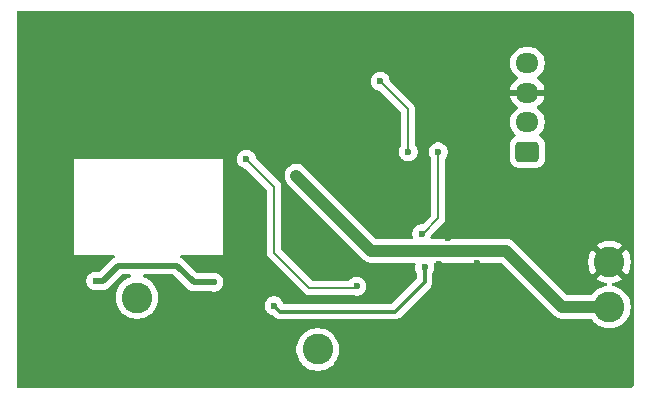
<source format=gbl>
%TF.GenerationSoftware,KiCad,Pcbnew,9.0.5*%
%TF.CreationDate,2025-11-20T08:48:28+01:00*%
%TF.ProjectId,acw02_zb-v1.1,61637730-325f-47a6-922d-76312e312e6b,rev?*%
%TF.SameCoordinates,Original*%
%TF.FileFunction,Copper,L2,Bot*%
%TF.FilePolarity,Positive*%
%FSLAX46Y46*%
G04 Gerber Fmt 4.6, Leading zero omitted, Abs format (unit mm)*
G04 Created by KiCad (PCBNEW 9.0.5) date 2025-11-20 08:48:28*
%MOMM*%
%LPD*%
G01*
G04 APERTURE LIST*
G04 Aperture macros list*
%AMRoundRect*
0 Rectangle with rounded corners*
0 $1 Rounding radius*
0 $2 $3 $4 $5 $6 $7 $8 $9 X,Y pos of 4 corners*
0 Add a 4 corners polygon primitive as box body*
4,1,4,$2,$3,$4,$5,$6,$7,$8,$9,$2,$3,0*
0 Add four circle primitives for the rounded corners*
1,1,$1+$1,$2,$3*
1,1,$1+$1,$4,$5*
1,1,$1+$1,$6,$7*
1,1,$1+$1,$8,$9*
0 Add four rect primitives between the rounded corners*
20,1,$1+$1,$2,$3,$4,$5,0*
20,1,$1+$1,$4,$5,$6,$7,0*
20,1,$1+$1,$6,$7,$8,$9,0*
20,1,$1+$1,$8,$9,$2,$3,0*%
G04 Aperture macros list end*
%TA.AperFunction,ComponentPad*%
%ADD10C,2.600000*%
%TD*%
%TA.AperFunction,ComponentPad*%
%ADD11RoundRect,0.250000X0.725000X-0.600000X0.725000X0.600000X-0.725000X0.600000X-0.725000X-0.600000X0*%
%TD*%
%TA.AperFunction,ComponentPad*%
%ADD12O,1.950000X1.700000*%
%TD*%
%TA.AperFunction,ViaPad*%
%ADD13C,0.600000*%
%TD*%
%TA.AperFunction,ViaPad*%
%ADD14C,0.700000*%
%TD*%
%TA.AperFunction,Conductor*%
%ADD15C,1.000000*%
%TD*%
%TA.AperFunction,Conductor*%
%ADD16C,0.300000*%
%TD*%
%TA.AperFunction,Conductor*%
%ADD17C,0.500000*%
%TD*%
%TA.AperFunction,Conductor*%
%ADD18C,0.200000*%
%TD*%
G04 APERTURE END LIST*
D10*
%TO.P,J2,1,Pin_1*%
%TO.N,GPIO1HV*%
X116200000Y-96200000D03*
%TD*%
%TO.P,J5,1,Pin_1*%
%TO.N,GND*%
X140900000Y-88800000D03*
%TD*%
%TO.P,J4,1,Pin_1*%
%TO.N,+5V*%
X140900000Y-92600000D03*
%TD*%
%TO.P,J3,1,Pin_1*%
%TO.N,GPIO2HV*%
X100900000Y-91800000D03*
%TD*%
D11*
%TO.P,J1,1,Pin_1*%
%TO.N,RX_5V*%
X133955000Y-79450000D03*
D12*
%TO.P,J1,2,Pin_2*%
%TO.N,TX_5V*%
X133955000Y-76950000D03*
%TO.P,J1,3,Pin_3*%
%TO.N,GND*%
X133955000Y-74450000D03*
%TO.P,J1,4,Pin_4*%
%TO.N,+12V*%
X133955000Y-71950000D03*
%TD*%
D13*
%TO.N,GND*%
X138100000Y-89000000D03*
X139800000Y-84900000D03*
X142000000Y-84900000D03*
D14*
%TO.N,+5V*%
X114400000Y-81500000D03*
D13*
%TO.N,GND*%
X129700000Y-88900000D03*
X110700000Y-98300000D03*
X127000000Y-89250000D03*
X126000000Y-93000000D03*
X98800000Y-79300000D03*
X117500000Y-77000000D03*
X104000000Y-79300000D03*
X92000000Y-98300000D03*
X120000000Y-89000000D03*
X106500000Y-70500000D03*
X127250000Y-86750000D03*
X103600000Y-94300000D03*
X130600000Y-69000000D03*
X130600000Y-69000000D03*
X136900000Y-73100000D03*
X136900000Y-75600000D03*
X106500000Y-72600000D03*
X113100000Y-95400000D03*
X116000000Y-90000000D03*
X114000000Y-74500000D03*
X131600000Y-75500000D03*
X126500000Y-89000000D03*
X98000000Y-92100000D03*
X129100000Y-89250000D03*
X107500000Y-78000000D03*
X111500000Y-89700000D03*
%TO.N,+3.3V*%
X112500000Y-92500000D03*
X107412500Y-90500000D03*
X97400000Y-90400000D03*
X125250000Y-89250000D03*
%TO.N,RX*%
X110165000Y-80080000D03*
X119500000Y-90850000D03*
%TO.N,Net-(U3-EN)*%
X123865000Y-79475000D03*
X121500000Y-73500000D03*
%TO.N,Net-(U3-FB)*%
X125000000Y-86400000D03*
X126405000Y-79475000D03*
%TD*%
D15*
%TO.N,+5V*%
X132149000Y-87849000D02*
X120749000Y-87849000D01*
X136900000Y-92600000D02*
X132149000Y-87849000D01*
X120749000Y-87849000D02*
X114400000Y-81500000D01*
X140900000Y-92600000D02*
X136900000Y-92600000D01*
D16*
%TO.N,+3.3V*%
X122750000Y-93000000D02*
X113000000Y-93000000D01*
D17*
X104300000Y-89100000D02*
X105700000Y-90500000D01*
X99300000Y-89100000D02*
X104300000Y-89100000D01*
D16*
X125250000Y-90500000D02*
X122750000Y-93000000D01*
X125250000Y-89250000D02*
X125250000Y-90500000D01*
D17*
X105700000Y-90500000D02*
X107412500Y-90500000D01*
X98000000Y-90400000D02*
X99300000Y-89100000D01*
D16*
X113000000Y-93000000D02*
X112500000Y-92500000D01*
D17*
X97400000Y-90400000D02*
X98000000Y-90400000D01*
D18*
%TO.N,RX*%
X112500000Y-82415000D02*
X110165000Y-80080000D01*
X119350000Y-91000000D02*
X115500000Y-91000000D01*
X115500000Y-91000000D02*
X112500000Y-88000000D01*
X119500000Y-90850000D02*
X119350000Y-91000000D01*
X112500000Y-88000000D02*
X112500000Y-82415000D01*
%TO.N,Net-(U3-EN)*%
X123865000Y-75865000D02*
X123865000Y-79475000D01*
X121500000Y-73500000D02*
X123865000Y-75865000D01*
%TO.N,Net-(U3-FB)*%
X126405000Y-85095000D02*
X126405000Y-79475000D01*
X125100000Y-86400000D02*
X126405000Y-85095000D01*
X125000000Y-86400000D02*
X125100000Y-86400000D01*
%TD*%
%TA.AperFunction,Conductor*%
%TO.N,GND*%
G36*
X142506922Y-67501280D02*
G01*
X142597266Y-67511459D01*
X142624331Y-67517636D01*
X142703540Y-67545352D01*
X142728553Y-67557398D01*
X142799606Y-67602043D01*
X142821313Y-67619355D01*
X142880644Y-67678686D01*
X142897957Y-67700395D01*
X142942600Y-67771444D01*
X142954648Y-67796462D01*
X142982362Y-67875666D01*
X142988540Y-67902735D01*
X142998720Y-67993076D01*
X142999500Y-68006961D01*
X142999500Y-98993038D01*
X142998720Y-99006923D01*
X142988540Y-99097264D01*
X142982362Y-99124333D01*
X142954648Y-99203537D01*
X142942600Y-99228555D01*
X142897957Y-99299604D01*
X142880644Y-99321313D01*
X142821313Y-99380644D01*
X142799604Y-99397957D01*
X142728555Y-99442600D01*
X142703538Y-99454647D01*
X142630564Y-99480182D01*
X142589609Y-99487141D01*
X90910391Y-99487141D01*
X90869438Y-99480183D01*
X90798289Y-99455287D01*
X90741514Y-99414566D01*
X90715767Y-99349613D01*
X90715245Y-99338246D01*
X90715245Y-96081995D01*
X114399500Y-96081995D01*
X114399500Y-96318004D01*
X114399501Y-96318020D01*
X114430306Y-96552010D01*
X114491394Y-96779993D01*
X114581714Y-96998045D01*
X114581719Y-96998056D01*
X114652677Y-97120957D01*
X114699727Y-97202450D01*
X114699729Y-97202453D01*
X114699730Y-97202454D01*
X114843406Y-97389697D01*
X114843412Y-97389704D01*
X115010295Y-97556587D01*
X115010301Y-97556592D01*
X115197550Y-97700273D01*
X115328918Y-97776118D01*
X115401943Y-97818280D01*
X115401948Y-97818282D01*
X115401951Y-97818284D01*
X115620007Y-97908606D01*
X115847986Y-97969693D01*
X116081989Y-98000500D01*
X116081996Y-98000500D01*
X116318004Y-98000500D01*
X116318011Y-98000500D01*
X116552014Y-97969693D01*
X116779993Y-97908606D01*
X116998049Y-97818284D01*
X117202450Y-97700273D01*
X117389699Y-97556592D01*
X117556592Y-97389699D01*
X117700273Y-97202450D01*
X117818284Y-96998049D01*
X117908606Y-96779993D01*
X117969693Y-96552014D01*
X118000500Y-96318011D01*
X118000500Y-96081989D01*
X117969693Y-95847986D01*
X117908606Y-95620007D01*
X117818284Y-95401951D01*
X117818282Y-95401948D01*
X117818280Y-95401943D01*
X117776118Y-95328918D01*
X117700273Y-95197550D01*
X117556592Y-95010301D01*
X117556587Y-95010295D01*
X117389704Y-94843412D01*
X117389697Y-94843406D01*
X117202454Y-94699730D01*
X117202453Y-94699729D01*
X117202450Y-94699727D01*
X117120957Y-94652677D01*
X116998056Y-94581719D01*
X116998045Y-94581714D01*
X116779993Y-94491394D01*
X116552010Y-94430306D01*
X116318020Y-94399501D01*
X116318017Y-94399500D01*
X116318011Y-94399500D01*
X116081989Y-94399500D01*
X116081983Y-94399500D01*
X116081979Y-94399501D01*
X115847989Y-94430306D01*
X115620006Y-94491394D01*
X115401954Y-94581714D01*
X115401943Y-94581719D01*
X115197545Y-94699730D01*
X115010302Y-94843406D01*
X115010295Y-94843412D01*
X114843412Y-95010295D01*
X114843406Y-95010302D01*
X114699730Y-95197545D01*
X114581719Y-95401943D01*
X114581714Y-95401954D01*
X114491394Y-95620006D01*
X114430306Y-95847989D01*
X114399501Y-96081979D01*
X114399500Y-96081995D01*
X90715245Y-96081995D01*
X90715245Y-88187141D01*
X95600000Y-88187141D01*
X98919296Y-88187141D01*
X98986335Y-88206826D01*
X99032090Y-88259630D01*
X99042034Y-88328788D01*
X99013009Y-88392344D01*
X98982453Y-88417852D01*
X98974881Y-88422333D01*
X98944505Y-88434916D01*
X98876638Y-88480263D01*
X98873828Y-88482140D01*
X98873812Y-88482150D01*
X98821586Y-88517046D01*
X98821581Y-88517050D01*
X97742813Y-89595818D01*
X97681490Y-89629303D01*
X97630941Y-89629754D01*
X97478845Y-89599500D01*
X97478842Y-89599500D01*
X97321158Y-89599500D01*
X97321155Y-89599500D01*
X97166510Y-89630261D01*
X97166498Y-89630264D01*
X97020827Y-89690602D01*
X97020814Y-89690609D01*
X96889711Y-89778210D01*
X96889707Y-89778213D01*
X96778213Y-89889707D01*
X96778210Y-89889711D01*
X96690609Y-90020814D01*
X96690602Y-90020827D01*
X96630264Y-90166498D01*
X96630261Y-90166510D01*
X96599500Y-90321153D01*
X96599500Y-90478846D01*
X96630261Y-90633489D01*
X96630264Y-90633501D01*
X96690602Y-90779172D01*
X96690609Y-90779185D01*
X96778210Y-90910288D01*
X96778213Y-90910292D01*
X96889707Y-91021786D01*
X96889711Y-91021789D01*
X97020814Y-91109390D01*
X97020827Y-91109397D01*
X97155272Y-91165085D01*
X97166503Y-91169737D01*
X97321153Y-91200499D01*
X97321156Y-91200500D01*
X97321158Y-91200500D01*
X97478844Y-91200500D01*
X97478845Y-91200499D01*
X97555152Y-91185320D01*
X97633488Y-91169739D01*
X97633489Y-91169738D01*
X97633497Y-91169737D01*
X97657155Y-91159937D01*
X97704604Y-91150500D01*
X98073920Y-91150500D01*
X98171462Y-91131096D01*
X98218913Y-91121658D01*
X98355495Y-91065084D01*
X98437502Y-91010289D01*
X98478416Y-90982952D01*
X99574548Y-89886818D01*
X99635871Y-89853334D01*
X99662229Y-89850500D01*
X100278602Y-89850500D01*
X100345641Y-89870185D01*
X100391396Y-89922989D01*
X100401340Y-89992147D01*
X100372315Y-90055703D01*
X100323275Y-90088679D01*
X100323757Y-90089841D01*
X100320008Y-90091393D01*
X100320007Y-90091394D01*
X100260060Y-90116224D01*
X100101954Y-90181714D01*
X100101943Y-90181719D01*
X99897545Y-90299730D01*
X99710302Y-90443406D01*
X99710295Y-90443412D01*
X99543412Y-90610295D01*
X99543406Y-90610302D01*
X99399730Y-90797545D01*
X99281719Y-91001943D01*
X99281714Y-91001954D01*
X99191394Y-91220006D01*
X99130306Y-91447989D01*
X99099501Y-91681979D01*
X99099500Y-91681995D01*
X99099500Y-91918004D01*
X99099501Y-91918020D01*
X99130306Y-92152010D01*
X99191394Y-92379993D01*
X99281714Y-92598045D01*
X99281719Y-92598056D01*
X99350972Y-92718004D01*
X99399727Y-92802450D01*
X99399729Y-92802453D01*
X99399730Y-92802454D01*
X99543406Y-92989697D01*
X99543412Y-92989704D01*
X99710295Y-93156587D01*
X99710301Y-93156592D01*
X99897550Y-93300273D01*
X100028918Y-93376118D01*
X100101943Y-93418280D01*
X100101948Y-93418282D01*
X100101951Y-93418284D01*
X100320007Y-93508606D01*
X100547986Y-93569693D01*
X100781989Y-93600500D01*
X100781996Y-93600500D01*
X101018004Y-93600500D01*
X101018011Y-93600500D01*
X101252014Y-93569693D01*
X101479993Y-93508606D01*
X101698049Y-93418284D01*
X101902450Y-93300273D01*
X102089699Y-93156592D01*
X102256592Y-92989699D01*
X102400273Y-92802450D01*
X102518284Y-92598049D01*
X102591557Y-92421153D01*
X111699500Y-92421153D01*
X111699500Y-92578846D01*
X111730261Y-92733489D01*
X111730264Y-92733501D01*
X111790602Y-92879172D01*
X111790609Y-92879185D01*
X111878210Y-93010288D01*
X111878213Y-93010292D01*
X111989707Y-93121786D01*
X111989711Y-93121789D01*
X112120814Y-93209390D01*
X112120827Y-93209397D01*
X112208230Y-93245599D01*
X112266503Y-93269737D01*
X112333580Y-93283079D01*
X112395488Y-93315461D01*
X112397068Y-93317014D01*
X112585325Y-93505272D01*
X112585332Y-93505278D01*
X112670301Y-93562052D01*
X112670302Y-93562052D01*
X112691873Y-93576465D01*
X112810256Y-93625501D01*
X112810260Y-93625501D01*
X112810261Y-93625502D01*
X112935928Y-93650500D01*
X112935931Y-93650500D01*
X122814071Y-93650500D01*
X122898615Y-93633682D01*
X122939744Y-93625501D01*
X123058127Y-93576465D01*
X123079698Y-93562052D01*
X123079699Y-93562052D01*
X123143282Y-93519567D01*
X123164669Y-93505277D01*
X125755277Y-90914669D01*
X125826465Y-90808127D01*
X125875501Y-90689744D01*
X125877871Y-90677829D01*
X125886689Y-90633501D01*
X125900500Y-90564071D01*
X125900500Y-89754935D01*
X125920185Y-89687896D01*
X125921366Y-89686090D01*
X125959394Y-89629179D01*
X126019737Y-89483497D01*
X126050500Y-89328842D01*
X126050500Y-89171158D01*
X126050500Y-89171155D01*
X126050499Y-89171153D01*
X126019738Y-89016510D01*
X126019737Y-89016503D01*
X126019732Y-89016492D01*
X126017969Y-89010676D01*
X126020396Y-89009939D01*
X126014110Y-88951488D01*
X126045383Y-88889008D01*
X126105470Y-88853353D01*
X126136141Y-88849500D01*
X131683218Y-88849500D01*
X131750257Y-88869185D01*
X131770899Y-88885819D01*
X136262215Y-93377137D01*
X136262219Y-93377140D01*
X136426079Y-93486628D01*
X136426088Y-93486633D01*
X136517125Y-93524342D01*
X136608165Y-93562052D01*
X136769389Y-93594121D01*
X136801457Y-93600499D01*
X136801458Y-93600500D01*
X136801459Y-93600500D01*
X136801460Y-93600500D01*
X136998541Y-93600500D01*
X139337081Y-93600500D01*
X139404120Y-93620185D01*
X139435457Y-93649014D01*
X139543406Y-93789697D01*
X139543412Y-93789704D01*
X139710295Y-93956587D01*
X139710301Y-93956592D01*
X139897550Y-94100273D01*
X140028918Y-94176118D01*
X140101943Y-94218280D01*
X140101948Y-94218282D01*
X140101951Y-94218284D01*
X140320007Y-94308606D01*
X140547986Y-94369693D01*
X140781989Y-94400500D01*
X140781996Y-94400500D01*
X141018004Y-94400500D01*
X141018011Y-94400500D01*
X141252014Y-94369693D01*
X141479993Y-94308606D01*
X141698049Y-94218284D01*
X141902450Y-94100273D01*
X142089699Y-93956592D01*
X142256592Y-93789699D01*
X142400273Y-93602450D01*
X142518284Y-93398049D01*
X142608606Y-93179993D01*
X142669693Y-92952014D01*
X142700500Y-92718011D01*
X142700500Y-92481989D01*
X142669693Y-92247986D01*
X142608606Y-92020007D01*
X142518284Y-91801951D01*
X142518282Y-91801948D01*
X142518280Y-91801943D01*
X142449027Y-91681995D01*
X142400273Y-91597550D01*
X142256592Y-91410301D01*
X142256587Y-91410295D01*
X142089704Y-91243412D01*
X142089697Y-91243406D01*
X141902454Y-91099730D01*
X141902453Y-91099729D01*
X141902450Y-91099727D01*
X141820957Y-91052677D01*
X141698056Y-90981719D01*
X141698045Y-90981714D01*
X141479993Y-90891394D01*
X141252014Y-90830307D01*
X141219802Y-90826066D01*
X141194129Y-90822686D01*
X141130233Y-90794419D01*
X141091763Y-90736094D01*
X141090932Y-90666229D01*
X141128005Y-90607006D01*
X141191211Y-90577228D01*
X141194132Y-90576808D01*
X141251913Y-90569201D01*
X141479837Y-90508129D01*
X141697819Y-90417839D01*
X141697828Y-90417834D01*
X141902181Y-90299850D01*
X141983723Y-90237279D01*
X141983723Y-90237276D01*
X141147487Y-89401041D01*
X141207890Y-89376022D01*
X141314351Y-89304888D01*
X141404888Y-89214351D01*
X141476022Y-89107890D01*
X141501041Y-89047488D01*
X142337276Y-89883723D01*
X142337279Y-89883723D01*
X142399850Y-89802181D01*
X142517834Y-89597828D01*
X142517839Y-89597819D01*
X142608129Y-89379837D01*
X142669200Y-89151914D01*
X142699999Y-88917985D01*
X142700000Y-88917971D01*
X142700000Y-88682028D01*
X142699999Y-88682014D01*
X142669200Y-88448085D01*
X142608129Y-88220162D01*
X142517839Y-88002180D01*
X142517834Y-88002171D01*
X142399855Y-87797828D01*
X142399854Y-87797827D01*
X142337277Y-87716275D01*
X141501041Y-88552511D01*
X141476022Y-88492110D01*
X141404888Y-88385649D01*
X141314351Y-88295112D01*
X141207890Y-88223978D01*
X141147488Y-88198958D01*
X141983723Y-87362721D01*
X141902172Y-87300145D01*
X141902171Y-87300144D01*
X141697828Y-87182165D01*
X141697819Y-87182160D01*
X141479836Y-87091870D01*
X141479838Y-87091870D01*
X141251914Y-87030799D01*
X141017985Y-87000000D01*
X140782014Y-87000000D01*
X140548085Y-87030799D01*
X140320162Y-87091870D01*
X140102180Y-87182160D01*
X140102171Y-87182165D01*
X139897828Y-87300144D01*
X139897818Y-87300150D01*
X139816275Y-87362720D01*
X139816275Y-87362721D01*
X140652512Y-88198958D01*
X140592110Y-88223978D01*
X140485649Y-88295112D01*
X140395112Y-88385649D01*
X140323978Y-88492110D01*
X140298958Y-88552511D01*
X139462721Y-87716275D01*
X139462720Y-87716275D01*
X139400150Y-87797818D01*
X139400144Y-87797828D01*
X139282165Y-88002171D01*
X139282160Y-88002180D01*
X139191870Y-88220162D01*
X139130799Y-88448085D01*
X139100000Y-88682014D01*
X139100000Y-88917985D01*
X139130799Y-89151914D01*
X139191870Y-89379837D01*
X139282160Y-89597819D01*
X139282165Y-89597828D01*
X139400144Y-89802171D01*
X139400145Y-89802172D01*
X139462721Y-89883723D01*
X140298958Y-89047487D01*
X140323978Y-89107890D01*
X140395112Y-89214351D01*
X140485649Y-89304888D01*
X140592110Y-89376022D01*
X140652511Y-89401041D01*
X139816275Y-90237277D01*
X139897827Y-90299854D01*
X139897828Y-90299855D01*
X140102171Y-90417834D01*
X140102180Y-90417839D01*
X140320163Y-90508129D01*
X140320161Y-90508129D01*
X140548085Y-90569201D01*
X140605868Y-90576808D01*
X140669764Y-90605074D01*
X140708236Y-90663398D01*
X140709068Y-90733263D01*
X140671996Y-90792487D01*
X140608790Y-90822266D01*
X140605870Y-90822686D01*
X140569460Y-90827479D01*
X140547986Y-90830307D01*
X140396000Y-90871031D01*
X140320006Y-90891394D01*
X140101954Y-90981714D01*
X140101943Y-90981719D01*
X139897545Y-91099730D01*
X139710302Y-91243406D01*
X139710295Y-91243412D01*
X139543412Y-91410295D01*
X139543406Y-91410302D01*
X139435457Y-91550986D01*
X139379029Y-91592189D01*
X139337081Y-91599500D01*
X137365783Y-91599500D01*
X137298744Y-91579815D01*
X137278102Y-91563181D01*
X135881419Y-90166498D01*
X132933208Y-87218288D01*
X132933206Y-87218285D01*
X132933206Y-87218286D01*
X132926139Y-87211219D01*
X132926139Y-87211218D01*
X132786782Y-87071861D01*
X132786781Y-87071860D01*
X132786780Y-87071859D01*
X132622920Y-86962371D01*
X132622907Y-86962364D01*
X132492392Y-86908304D01*
X132492389Y-86908303D01*
X132485081Y-86905276D01*
X132440836Y-86886949D01*
X132344188Y-86867724D01*
X132339989Y-86866888D01*
X132339979Y-86866886D01*
X132247544Y-86848500D01*
X132247541Y-86848500D01*
X125866259Y-86848500D01*
X125839513Y-86840646D01*
X125812023Y-86836010D01*
X125806448Y-86830937D01*
X125799220Y-86828815D01*
X125780968Y-86807751D01*
X125760346Y-86788986D01*
X125758398Y-86781705D01*
X125753465Y-86776011D01*
X125749497Y-86748417D01*
X125742296Y-86721488D01*
X125744278Y-86712118D01*
X125743521Y-86706853D01*
X125748166Y-86686685D01*
X125749733Y-86681791D01*
X125769737Y-86633497D01*
X125777181Y-86596070D01*
X125779331Y-86589358D01*
X125795131Y-86566038D01*
X125808191Y-86541071D01*
X125809743Y-86539492D01*
X126328421Y-86020814D01*
X126885520Y-85463716D01*
X126964577Y-85326784D01*
X127005501Y-85174057D01*
X127005501Y-85015942D01*
X127005501Y-85008347D01*
X127005500Y-85008329D01*
X127005500Y-80054765D01*
X127025185Y-79987726D01*
X127026398Y-79985874D01*
X127114390Y-79854185D01*
X127114390Y-79854184D01*
X127114394Y-79854179D01*
X127117574Y-79846503D01*
X127174735Y-79708501D01*
X127174737Y-79708497D01*
X127205500Y-79553842D01*
X127205500Y-79396158D01*
X127205500Y-79396155D01*
X127205499Y-79396153D01*
X127200417Y-79370606D01*
X127174737Y-79241503D01*
X127174735Y-79241498D01*
X127114397Y-79095827D01*
X127114390Y-79095814D01*
X127026789Y-78964711D01*
X127026786Y-78964707D01*
X126915292Y-78853213D01*
X126915288Y-78853210D01*
X126784185Y-78765609D01*
X126784172Y-78765602D01*
X126638501Y-78705264D01*
X126638489Y-78705261D01*
X126483845Y-78674500D01*
X126483842Y-78674500D01*
X126326158Y-78674500D01*
X126326155Y-78674500D01*
X126171510Y-78705261D01*
X126171498Y-78705264D01*
X126025827Y-78765602D01*
X126025814Y-78765609D01*
X125894711Y-78853210D01*
X125894707Y-78853213D01*
X125783213Y-78964707D01*
X125783210Y-78964711D01*
X125695609Y-79095814D01*
X125695602Y-79095827D01*
X125635264Y-79241498D01*
X125635261Y-79241510D01*
X125604500Y-79396153D01*
X125604500Y-79553846D01*
X125635261Y-79708489D01*
X125635264Y-79708501D01*
X125695602Y-79854172D01*
X125695609Y-79854185D01*
X125783602Y-79985874D01*
X125804480Y-80052551D01*
X125804500Y-80054765D01*
X125804500Y-84794902D01*
X125784815Y-84861941D01*
X125768181Y-84882583D01*
X125087584Y-85563181D01*
X125026261Y-85596666D01*
X124999903Y-85599500D01*
X124921155Y-85599500D01*
X124766510Y-85630261D01*
X124766498Y-85630264D01*
X124620827Y-85690602D01*
X124620814Y-85690609D01*
X124489711Y-85778210D01*
X124489707Y-85778213D01*
X124378213Y-85889707D01*
X124378210Y-85889711D01*
X124290609Y-86020814D01*
X124290602Y-86020827D01*
X124230264Y-86166498D01*
X124230261Y-86166510D01*
X124199500Y-86321153D01*
X124199500Y-86478846D01*
X124230261Y-86633489D01*
X124230264Y-86633501D01*
X124248302Y-86677048D01*
X124255771Y-86746517D01*
X124224496Y-86808996D01*
X124164407Y-86844648D01*
X124133741Y-86848500D01*
X121214782Y-86848500D01*
X121147743Y-86828815D01*
X121127101Y-86812181D01*
X115037784Y-80722863D01*
X115037780Y-80722860D01*
X114873920Y-80613372D01*
X114873910Y-80613367D01*
X114691836Y-80537949D01*
X114691828Y-80537947D01*
X114498543Y-80499500D01*
X114498540Y-80499500D01*
X114301460Y-80499500D01*
X114301457Y-80499500D01*
X114108171Y-80537947D01*
X114108163Y-80537949D01*
X113926089Y-80613367D01*
X113926079Y-80613372D01*
X113762219Y-80722860D01*
X113762215Y-80722863D01*
X113622863Y-80862215D01*
X113622860Y-80862219D01*
X113513372Y-81026079D01*
X113513367Y-81026089D01*
X113437949Y-81208163D01*
X113437947Y-81208171D01*
X113399500Y-81401455D01*
X113399500Y-81598544D01*
X113437947Y-81791828D01*
X113437949Y-81791836D01*
X113513367Y-81973910D01*
X113513372Y-81973920D01*
X113622860Y-82137780D01*
X113622863Y-82137784D01*
X119968735Y-88483655D01*
X119968764Y-88483686D01*
X120111214Y-88626136D01*
X120111218Y-88626139D01*
X120275079Y-88735628D01*
X120275092Y-88735635D01*
X120403833Y-88788961D01*
X120430487Y-88800001D01*
X120457164Y-88811051D01*
X120553812Y-88830275D01*
X120602135Y-88839887D01*
X120650458Y-88849500D01*
X120650459Y-88849500D01*
X120650460Y-88849500D01*
X120847540Y-88849500D01*
X124363859Y-88849500D01*
X124430898Y-88869185D01*
X124476653Y-88921989D01*
X124486597Y-88991147D01*
X124481299Y-89010454D01*
X124482031Y-89010676D01*
X124480261Y-89016510D01*
X124449500Y-89171153D01*
X124449500Y-89328846D01*
X124480261Y-89483489D01*
X124480264Y-89483501D01*
X124540602Y-89629172D01*
X124540606Y-89629179D01*
X124578602Y-89686044D01*
X124599480Y-89752721D01*
X124599500Y-89754935D01*
X124599500Y-90179192D01*
X124579815Y-90246231D01*
X124563181Y-90266873D01*
X122516873Y-92313181D01*
X122455550Y-92346666D01*
X122429192Y-92349500D01*
X113386878Y-92349500D01*
X113319839Y-92329815D01*
X113274084Y-92277011D01*
X113272215Y-92272069D01*
X113272068Y-92272131D01*
X113209397Y-92120827D01*
X113209390Y-92120814D01*
X113121789Y-91989711D01*
X113121786Y-91989707D01*
X113010292Y-91878213D01*
X113010288Y-91878210D01*
X112879185Y-91790609D01*
X112879172Y-91790602D01*
X112733501Y-91730264D01*
X112733489Y-91730261D01*
X112578845Y-91699500D01*
X112578842Y-91699500D01*
X112421158Y-91699500D01*
X112421155Y-91699500D01*
X112266510Y-91730261D01*
X112266498Y-91730264D01*
X112120827Y-91790602D01*
X112120814Y-91790609D01*
X111989711Y-91878210D01*
X111989707Y-91878213D01*
X111878213Y-91989707D01*
X111878210Y-91989711D01*
X111790609Y-92120814D01*
X111790602Y-92120827D01*
X111730264Y-92266498D01*
X111730261Y-92266510D01*
X111699500Y-92421153D01*
X102591557Y-92421153D01*
X102608606Y-92379993D01*
X102669693Y-92152014D01*
X102700500Y-91918011D01*
X102700500Y-91681989D01*
X102669693Y-91447986D01*
X102608606Y-91220007D01*
X102518284Y-91001951D01*
X102518282Y-91001948D01*
X102518280Y-91001943D01*
X102467892Y-90914669D01*
X102400273Y-90797550D01*
X102274385Y-90633489D01*
X102256593Y-90610302D01*
X102256587Y-90610295D01*
X102089704Y-90443412D01*
X102089697Y-90443406D01*
X101902454Y-90299730D01*
X101902453Y-90299729D01*
X101902450Y-90299727D01*
X101794287Y-90237279D01*
X101698056Y-90181719D01*
X101698045Y-90181714D01*
X101551019Y-90120814D01*
X101479993Y-90091394D01*
X101479990Y-90091393D01*
X101476243Y-90089841D01*
X101476771Y-90088565D01*
X101424387Y-90051733D01*
X101398032Y-89987024D01*
X101410845Y-89918340D01*
X101458757Y-89867485D01*
X101521398Y-89850500D01*
X103937770Y-89850500D01*
X104004809Y-89870185D01*
X104025451Y-89886819D01*
X105221584Y-91082952D01*
X105222388Y-91083489D01*
X105279508Y-91121655D01*
X105279510Y-91121656D01*
X105279513Y-91121658D01*
X105344505Y-91165084D01*
X105344506Y-91165084D01*
X105344507Y-91165085D01*
X105430007Y-91200500D01*
X105481087Y-91221658D01*
X105481091Y-91221658D01*
X105481092Y-91221659D01*
X105626079Y-91250500D01*
X105626082Y-91250500D01*
X105626083Y-91250500D01*
X105773917Y-91250500D01*
X107107896Y-91250500D01*
X107155344Y-91259937D01*
X107179003Y-91269737D01*
X107179008Y-91269738D01*
X107179011Y-91269739D01*
X107333653Y-91300499D01*
X107333656Y-91300500D01*
X107333658Y-91300500D01*
X107491344Y-91300500D01*
X107491345Y-91300499D01*
X107645997Y-91269737D01*
X107791679Y-91209394D01*
X107922789Y-91121789D01*
X108034289Y-91010289D01*
X108121894Y-90879179D01*
X108182237Y-90733497D01*
X108213000Y-90578842D01*
X108213000Y-90421158D01*
X108213000Y-90421155D01*
X108212999Y-90421153D01*
X108204776Y-90379815D01*
X108182237Y-90266503D01*
X108147119Y-90181719D01*
X108121897Y-90120827D01*
X108121890Y-90120814D01*
X108034289Y-89989711D01*
X108034286Y-89989707D01*
X107922792Y-89878213D01*
X107922788Y-89878210D01*
X107791685Y-89790609D01*
X107791672Y-89790602D01*
X107646001Y-89730264D01*
X107645989Y-89730261D01*
X107491345Y-89699500D01*
X107491342Y-89699500D01*
X107333658Y-89699500D01*
X107333655Y-89699500D01*
X107179011Y-89730260D01*
X107179006Y-89730262D01*
X107179004Y-89730262D01*
X107179003Y-89730263D01*
X107155344Y-89740062D01*
X107107896Y-89749500D01*
X106062230Y-89749500D01*
X105995191Y-89729815D01*
X105974549Y-89713181D01*
X104778421Y-88517052D01*
X104778414Y-88517046D01*
X104704729Y-88467812D01*
X104704729Y-88467813D01*
X104655495Y-88434916D01*
X104655493Y-88434915D01*
X104633251Y-88425702D01*
X104578848Y-88381861D01*
X104556783Y-88315567D01*
X104574062Y-88247867D01*
X104625200Y-88200257D01*
X104680704Y-88187141D01*
X108200000Y-88187141D01*
X108200000Y-80087141D01*
X95600000Y-80087141D01*
X95600000Y-88187141D01*
X90715245Y-88187141D01*
X90715245Y-80001153D01*
X109364500Y-80001153D01*
X109364500Y-80158846D01*
X109395261Y-80313489D01*
X109395264Y-80313501D01*
X109455602Y-80459172D01*
X109455609Y-80459185D01*
X109543210Y-80590288D01*
X109543213Y-80590292D01*
X109654707Y-80701786D01*
X109654711Y-80701789D01*
X109785814Y-80789390D01*
X109785827Y-80789397D01*
X109931498Y-80849735D01*
X109931503Y-80849737D01*
X109994234Y-80862215D01*
X110086849Y-80880638D01*
X110148760Y-80913023D01*
X110150339Y-80914574D01*
X111863181Y-82627416D01*
X111896666Y-82688739D01*
X111899500Y-82715097D01*
X111899500Y-87913330D01*
X111899499Y-87913348D01*
X111899499Y-88079054D01*
X111899498Y-88079054D01*
X111940423Y-88231785D01*
X111969358Y-88281900D01*
X111969359Y-88281904D01*
X111969360Y-88281904D01*
X112011697Y-88355236D01*
X112019479Y-88368714D01*
X112019481Y-88368717D01*
X112138349Y-88487585D01*
X112138354Y-88487589D01*
X115131284Y-91480520D01*
X115131286Y-91480521D01*
X115131290Y-91480524D01*
X115253336Y-91550986D01*
X115268216Y-91559577D01*
X115420943Y-91600501D01*
X115420945Y-91600501D01*
X115586654Y-91600501D01*
X115586670Y-91600500D01*
X119195396Y-91600500D01*
X119242844Y-91609937D01*
X119266503Y-91619737D01*
X119266508Y-91619738D01*
X119266511Y-91619739D01*
X119421153Y-91650499D01*
X119421156Y-91650500D01*
X119421158Y-91650500D01*
X119578844Y-91650500D01*
X119578845Y-91650499D01*
X119733497Y-91619737D01*
X119879179Y-91559394D01*
X120010289Y-91471789D01*
X120121789Y-91360289D01*
X120209394Y-91229179D01*
X120269737Y-91083497D01*
X120300500Y-90928842D01*
X120300500Y-90771158D01*
X120300500Y-90771155D01*
X120300499Y-90771153D01*
X120293525Y-90736094D01*
X120269737Y-90616503D01*
X120269735Y-90616498D01*
X120209397Y-90470827D01*
X120209390Y-90470814D01*
X120121789Y-90339711D01*
X120121786Y-90339707D01*
X120010292Y-90228213D01*
X120010288Y-90228210D01*
X119879185Y-90140609D01*
X119879172Y-90140602D01*
X119733501Y-90080264D01*
X119733489Y-90080261D01*
X119578845Y-90049500D01*
X119578842Y-90049500D01*
X119421158Y-90049500D01*
X119421155Y-90049500D01*
X119266510Y-90080261D01*
X119266498Y-90080264D01*
X119120827Y-90140602D01*
X119120814Y-90140609D01*
X118989711Y-90228210D01*
X118989707Y-90228213D01*
X118878211Y-90339709D01*
X118875086Y-90344388D01*
X118821475Y-90389194D01*
X118771982Y-90399500D01*
X115800098Y-90399500D01*
X115733059Y-90379815D01*
X115712417Y-90363181D01*
X113136819Y-87787583D01*
X113103334Y-87726260D01*
X113100500Y-87699902D01*
X113100500Y-82504060D01*
X113100501Y-82504047D01*
X113100501Y-82335944D01*
X113059576Y-82183214D01*
X113059573Y-82183209D01*
X112980524Y-82046290D01*
X112980518Y-82046282D01*
X110999573Y-80065337D01*
X110966088Y-80004014D01*
X110965637Y-80001847D01*
X110936265Y-79854185D01*
X110934737Y-79846503D01*
X110934735Y-79846498D01*
X110874397Y-79700827D01*
X110874390Y-79700814D01*
X110786789Y-79569711D01*
X110786786Y-79569707D01*
X110675292Y-79458213D01*
X110675288Y-79458210D01*
X110544185Y-79370609D01*
X110544172Y-79370602D01*
X110398501Y-79310264D01*
X110398489Y-79310261D01*
X110243845Y-79279500D01*
X110243842Y-79279500D01*
X110086158Y-79279500D01*
X110086155Y-79279500D01*
X109931510Y-79310261D01*
X109931498Y-79310264D01*
X109785827Y-79370602D01*
X109785814Y-79370609D01*
X109654711Y-79458210D01*
X109654707Y-79458213D01*
X109543213Y-79569707D01*
X109543210Y-79569711D01*
X109455609Y-79700814D01*
X109455602Y-79700827D01*
X109395264Y-79846498D01*
X109395261Y-79846510D01*
X109364500Y-80001153D01*
X90715245Y-80001153D01*
X90715245Y-73421153D01*
X120699500Y-73421153D01*
X120699500Y-73578846D01*
X120730261Y-73733489D01*
X120730264Y-73733501D01*
X120790602Y-73879172D01*
X120790609Y-73879185D01*
X120878210Y-74010288D01*
X120878213Y-74010292D01*
X120989707Y-74121786D01*
X120989711Y-74121789D01*
X121120814Y-74209390D01*
X121120827Y-74209397D01*
X121259067Y-74266657D01*
X121266503Y-74269737D01*
X121331147Y-74282595D01*
X121421849Y-74300638D01*
X121483760Y-74333023D01*
X121485339Y-74334574D01*
X123228181Y-76077416D01*
X123261666Y-76138739D01*
X123264500Y-76165097D01*
X123264500Y-78895234D01*
X123244815Y-78962273D01*
X123243602Y-78964125D01*
X123155609Y-79095814D01*
X123155602Y-79095827D01*
X123095264Y-79241498D01*
X123095261Y-79241510D01*
X123064500Y-79396153D01*
X123064500Y-79553846D01*
X123095261Y-79708489D01*
X123095264Y-79708501D01*
X123155602Y-79854172D01*
X123155609Y-79854185D01*
X123243210Y-79985288D01*
X123243213Y-79985292D01*
X123354707Y-80096786D01*
X123354711Y-80096789D01*
X123485814Y-80184390D01*
X123485827Y-80184397D01*
X123631498Y-80244735D01*
X123631503Y-80244737D01*
X123786153Y-80275499D01*
X123786156Y-80275500D01*
X123786158Y-80275500D01*
X123943844Y-80275500D01*
X123943845Y-80275499D01*
X124098497Y-80244737D01*
X124244179Y-80184394D01*
X124375289Y-80096789D01*
X124486789Y-79985289D01*
X124574394Y-79854179D01*
X124577574Y-79846503D01*
X124634735Y-79708501D01*
X124634737Y-79708497D01*
X124665500Y-79553842D01*
X124665500Y-79396158D01*
X124665500Y-79396155D01*
X124665499Y-79396153D01*
X124660417Y-79370606D01*
X124634737Y-79241503D01*
X124634735Y-79241498D01*
X124574397Y-79095827D01*
X124574390Y-79095814D01*
X124486398Y-78964125D01*
X124465520Y-78897447D01*
X124465500Y-78895234D01*
X124465500Y-75785945D01*
X124465500Y-75785943D01*
X124424577Y-75633215D01*
X124395639Y-75583095D01*
X124345520Y-75496284D01*
X124233716Y-75384480D01*
X124233715Y-75384479D01*
X124229385Y-75380149D01*
X124229374Y-75380139D01*
X122334574Y-73485339D01*
X122301089Y-73424016D01*
X122300638Y-73421849D01*
X122273760Y-73286729D01*
X122269737Y-73266503D01*
X122223684Y-73155320D01*
X122209397Y-73120827D01*
X122209390Y-73120814D01*
X122121789Y-72989711D01*
X122121786Y-72989707D01*
X122010292Y-72878213D01*
X122010288Y-72878210D01*
X121879185Y-72790609D01*
X121879172Y-72790602D01*
X121733501Y-72730264D01*
X121733489Y-72730261D01*
X121578845Y-72699500D01*
X121578842Y-72699500D01*
X121421158Y-72699500D01*
X121421155Y-72699500D01*
X121266510Y-72730261D01*
X121266498Y-72730264D01*
X121120827Y-72790602D01*
X121120814Y-72790609D01*
X120989711Y-72878210D01*
X120989707Y-72878213D01*
X120878213Y-72989707D01*
X120878210Y-72989711D01*
X120790609Y-73120814D01*
X120790602Y-73120827D01*
X120730264Y-73266498D01*
X120730261Y-73266510D01*
X120699500Y-73421153D01*
X90715245Y-73421153D01*
X90715245Y-71843713D01*
X132479500Y-71843713D01*
X132479500Y-72056286D01*
X132512753Y-72266239D01*
X132578444Y-72468414D01*
X132674951Y-72657820D01*
X132799890Y-72829786D01*
X132950209Y-72980105D01*
X132950214Y-72980109D01*
X133115218Y-73099991D01*
X133157884Y-73155320D01*
X133163863Y-73224934D01*
X133131258Y-73286729D01*
X133115218Y-73300627D01*
X132950540Y-73420272D01*
X132950535Y-73420276D01*
X132800276Y-73570535D01*
X132800272Y-73570540D01*
X132675379Y-73742442D01*
X132578904Y-73931782D01*
X132513242Y-74133870D01*
X132513242Y-74133873D01*
X132502769Y-74200000D01*
X133550854Y-74200000D01*
X133512370Y-74266657D01*
X133480000Y-74387465D01*
X133480000Y-74512535D01*
X133512370Y-74633343D01*
X133550854Y-74700000D01*
X132502769Y-74700000D01*
X132513242Y-74766126D01*
X132513242Y-74766129D01*
X132578904Y-74968217D01*
X132675379Y-75157557D01*
X132800272Y-75329459D01*
X132800276Y-75329464D01*
X132950535Y-75479723D01*
X132950540Y-75479727D01*
X133115218Y-75599372D01*
X133157884Y-75654701D01*
X133163863Y-75724315D01*
X133131258Y-75786110D01*
X133115218Y-75800008D01*
X132950214Y-75919890D01*
X132950209Y-75919894D01*
X132799890Y-76070213D01*
X132674951Y-76242179D01*
X132578444Y-76431585D01*
X132512753Y-76633760D01*
X132479500Y-76843713D01*
X132479500Y-77056286D01*
X132512753Y-77266239D01*
X132578444Y-77468414D01*
X132674951Y-77657820D01*
X132799890Y-77829786D01*
X132938705Y-77968601D01*
X132972190Y-78029924D01*
X132967206Y-78099616D01*
X132925334Y-78155549D01*
X132916121Y-78161821D01*
X132761342Y-78257289D01*
X132637289Y-78381342D01*
X132545187Y-78530663D01*
X132545186Y-78530666D01*
X132490001Y-78697203D01*
X132490001Y-78697204D01*
X132490000Y-78697204D01*
X132479500Y-78799983D01*
X132479500Y-80100001D01*
X132479501Y-80100018D01*
X132490000Y-80202796D01*
X132490001Y-80202799D01*
X132514092Y-80275499D01*
X132545186Y-80369334D01*
X132637288Y-80518656D01*
X132761344Y-80642712D01*
X132910666Y-80734814D01*
X133077203Y-80789999D01*
X133179991Y-80800500D01*
X134730008Y-80800499D01*
X134832797Y-80789999D01*
X134999334Y-80734814D01*
X135148656Y-80642712D01*
X135272712Y-80518656D01*
X135364814Y-80369334D01*
X135419999Y-80202797D01*
X135430500Y-80100009D01*
X135430499Y-78799992D01*
X135426986Y-78765606D01*
X135419999Y-78697203D01*
X135419998Y-78697200D01*
X135412476Y-78674500D01*
X135364814Y-78530666D01*
X135272712Y-78381344D01*
X135148656Y-78257288D01*
X134999334Y-78165186D01*
X134999333Y-78165185D01*
X134993878Y-78161821D01*
X134947154Y-78109873D01*
X134935931Y-78040910D01*
X134963775Y-77976828D01*
X134971272Y-77968623D01*
X135110104Y-77829792D01*
X135235051Y-77657816D01*
X135331557Y-77468412D01*
X135397246Y-77266243D01*
X135430500Y-77056287D01*
X135430500Y-76843713D01*
X135397246Y-76633757D01*
X135331557Y-76431588D01*
X135235051Y-76242184D01*
X135235049Y-76242181D01*
X135235048Y-76242179D01*
X135110109Y-76070213D01*
X134959790Y-75919894D01*
X134959785Y-75919890D01*
X134794781Y-75800008D01*
X134752115Y-75744678D01*
X134746136Y-75675065D01*
X134778741Y-75613270D01*
X134794781Y-75599371D01*
X134959466Y-75479721D01*
X135109723Y-75329464D01*
X135109727Y-75329459D01*
X135234620Y-75157557D01*
X135331095Y-74968217D01*
X135396757Y-74766129D01*
X135396757Y-74766126D01*
X135407231Y-74700000D01*
X134359146Y-74700000D01*
X134397630Y-74633343D01*
X134430000Y-74512535D01*
X134430000Y-74387465D01*
X134397630Y-74266657D01*
X134359146Y-74200000D01*
X135407231Y-74200000D01*
X135396757Y-74133873D01*
X135396757Y-74133870D01*
X135331095Y-73931782D01*
X135234620Y-73742442D01*
X135109727Y-73570540D01*
X135109723Y-73570535D01*
X134959464Y-73420276D01*
X134959459Y-73420272D01*
X134794781Y-73300627D01*
X134752115Y-73245297D01*
X134746136Y-73175684D01*
X134778741Y-73113889D01*
X134794776Y-73099994D01*
X134959792Y-72980104D01*
X135110104Y-72829792D01*
X135110106Y-72829788D01*
X135110109Y-72829786D01*
X135235048Y-72657820D01*
X135235047Y-72657820D01*
X135235051Y-72657816D01*
X135331557Y-72468412D01*
X135397246Y-72266243D01*
X135430500Y-72056287D01*
X135430500Y-71843713D01*
X135397246Y-71633757D01*
X135331557Y-71431588D01*
X135235051Y-71242184D01*
X135235049Y-71242181D01*
X135235048Y-71242179D01*
X135110109Y-71070213D01*
X134959786Y-70919890D01*
X134787820Y-70794951D01*
X134598414Y-70698444D01*
X134598413Y-70698443D01*
X134598412Y-70698443D01*
X134396243Y-70632754D01*
X134396241Y-70632753D01*
X134396240Y-70632753D01*
X134234957Y-70607208D01*
X134186287Y-70599500D01*
X133723713Y-70599500D01*
X133675042Y-70607208D01*
X133513760Y-70632753D01*
X133311585Y-70698444D01*
X133122179Y-70794951D01*
X132950213Y-70919890D01*
X132799890Y-71070213D01*
X132674951Y-71242179D01*
X132578444Y-71431585D01*
X132512753Y-71633760D01*
X132479500Y-71843713D01*
X90715245Y-71843713D01*
X90715245Y-67661753D01*
X90721829Y-67639329D01*
X90723972Y-67616058D01*
X90731489Y-67606432D01*
X90734930Y-67594714D01*
X90752590Y-67579411D01*
X90766976Y-67560990D01*
X90784156Y-67552058D01*
X90787734Y-67548959D01*
X90798276Y-67544716D01*
X90875670Y-67517635D01*
X90902733Y-67511459D01*
X90965419Y-67504396D01*
X90993079Y-67501280D01*
X91006962Y-67500500D01*
X91065892Y-67500500D01*
X142434108Y-67500500D01*
X142493038Y-67500500D01*
X142506922Y-67501280D01*
G37*
%TD.AperFunction*%
%TD*%
M02*

</source>
